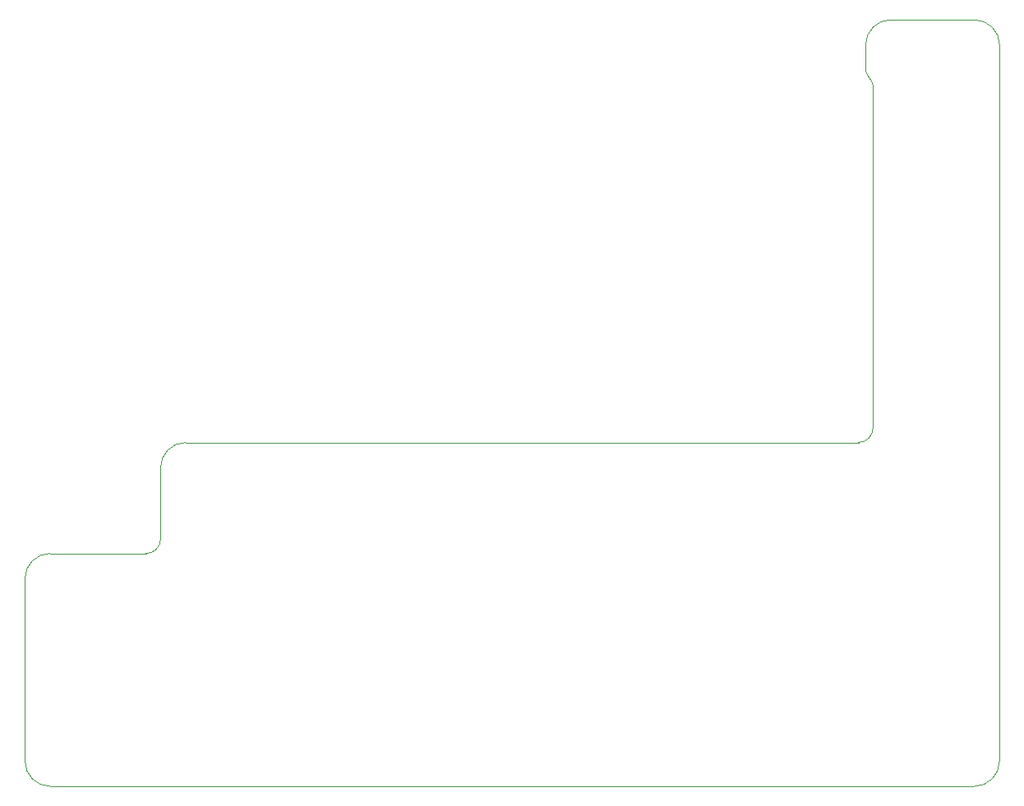
<source format=gbr>
%TF.GenerationSoftware,KiCad,Pcbnew,8.0.3-8.0.3-0~ubuntu22.04.1*%
%TF.CreationDate,2024-07-14T14:24:36-07:00*%
%TF.ProjectId,NX-IndicatorBoard,4e582d49-6e64-4696-9361-746f72426f61,2*%
%TF.SameCoordinates,Original*%
%TF.FileFunction,Profile,NP*%
%FSLAX46Y46*%
G04 Gerber Fmt 4.6, Leading zero omitted, Abs format (unit mm)*
G04 Created by KiCad (PCBNEW 8.0.3-8.0.3-0~ubuntu22.04.1) date 2024-07-14 14:24:36*
%MOMM*%
%LPD*%
G01*
G04 APERTURE LIST*
%TA.AperFunction,Profile*%
%ADD10C,0.100000*%
%TD*%
G04 APERTURE END LIST*
D10*
X62000000Y-123400000D02*
X61992200Y-104606400D01*
X159816972Y-47016972D02*
G75*
G02*
X162417028Y-49616972I28J-2600028D01*
G01*
X159800000Y-126000000D02*
X64600000Y-126000000D01*
X159816972Y-47016972D02*
X151209000Y-47000000D01*
X162416972Y-49616972D02*
X162400000Y-123400000D01*
X148609000Y-49600000D02*
G75*
G02*
X151209000Y-47000000I2600000J0D01*
G01*
X149377366Y-53777475D02*
X149371000Y-89070000D01*
X78570000Y-90570000D02*
X147871000Y-90570000D01*
X149279574Y-53438781D02*
G75*
G02*
X149377335Y-53777475I-536874J-338419D01*
G01*
X148706793Y-52529965D02*
G75*
G02*
X148609021Y-52191390I537307J338565D01*
G01*
X64592200Y-102006400D02*
X74471400Y-102007800D01*
X148609000Y-52191390D02*
X148609000Y-49600000D01*
X75970000Y-93170000D02*
G75*
G02*
X78570000Y-90570000I2600000J0D01*
G01*
X162400000Y-123400000D02*
G75*
G02*
X159800000Y-126000000I-2600000J0D01*
G01*
X75971400Y-100507800D02*
X75970000Y-93170000D01*
X61992200Y-104606400D02*
G75*
G02*
X64592200Y-102006400I2600000J0D01*
G01*
X149371000Y-89070000D02*
G75*
G02*
X147871000Y-90570000I-1500000J0D01*
G01*
X149279574Y-53438781D02*
X148706793Y-52529965D01*
X75971400Y-100507800D02*
G75*
G02*
X74471400Y-102007800I-1500000J0D01*
G01*
X64600000Y-126000000D02*
G75*
G02*
X62000000Y-123400000I0J2600000D01*
G01*
M02*

</source>
